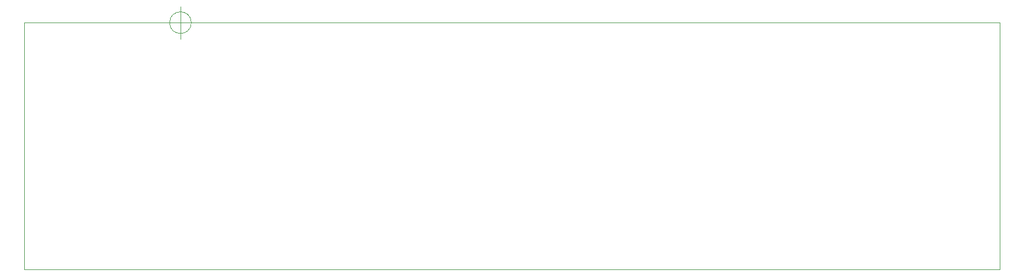
<source format=gbr>
G04 #@! TF.GenerationSoftware,KiCad,Pcbnew,(5.1.5-0-10_14)*
G04 #@! TF.CreationDate,2020-04-26T22:29:08-07:00*
G04 #@! TF.ProjectId,modelm,6d6f6465-6c6d-42e6-9b69-6361645f7063,v0.1*
G04 #@! TF.SameCoordinates,Original*
G04 #@! TF.FileFunction,Profile,NP*
%FSLAX46Y46*%
G04 Gerber Fmt 4.6, Leading zero omitted, Abs format (unit mm)*
G04 Created by KiCad (PCBNEW (5.1.5-0-10_14)) date 2020-04-26 22:29:08*
%MOMM*%
%LPD*%
G04 APERTURE LIST*
%ADD10C,0.050000*%
%ADD11C,0.001000*%
G04 APERTURE END LIST*
D10*
X90436666Y-46990000D02*
G75*
G03X90436666Y-46990000I-1666666J0D01*
G01*
X86270000Y-46990000D02*
X91270000Y-46990000D01*
X88770000Y-44490000D02*
X88770000Y-49490000D01*
X90436666Y-46990000D02*
G75*
G03X90436666Y-46990000I-1666666J0D01*
G01*
X86270000Y-46990000D02*
X91270000Y-46990000D01*
X88770000Y-44490000D02*
X88770000Y-49490000D01*
D11*
X64770000Y-84990000D02*
X64770000Y-46990000D01*
X214770000Y-84990000D02*
X64770000Y-84990000D01*
X214770000Y-46990000D02*
X214770000Y-84990000D01*
X64770000Y-46990000D02*
X214770000Y-46990000D01*
M02*

</source>
